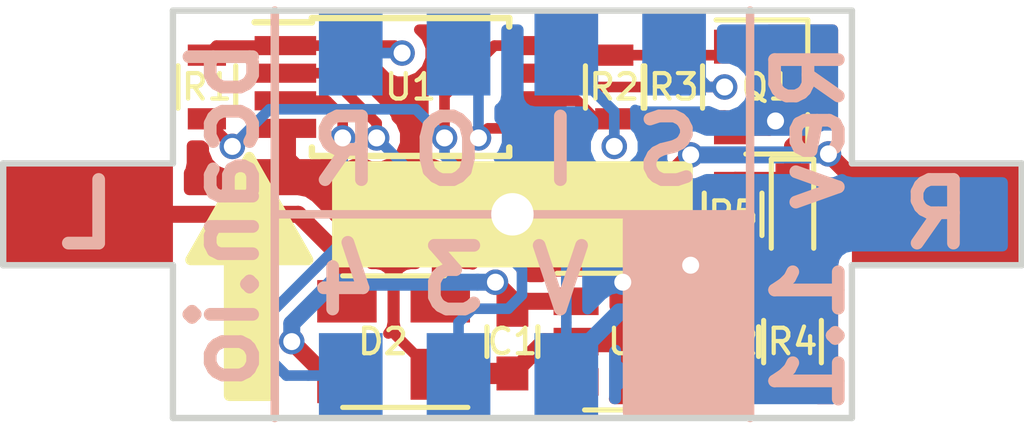
<source format=kicad_pcb>
(kicad_pcb (version 4) (host pcbnew 4.0.6)

  (general
    (links 30)
    (no_connects 0)
    (area 137.924999 100.124999 162.075001 109.875001)
    (thickness 1.6)
    (drawings 26)
    (tracks 146)
    (zones 0)
    (modules 15)
    (nets 17)
  )

  (page A4)
  (title_block
    (title "IR Beacon Board")
    (date 2017-03-16)
    (rev 1.1)
    (company "ECE 445")
  )

  (layers
    (0 F.Cu signal)
    (31 B.Cu signal)
    (32 B.Adhes user)
    (33 F.Adhes user)
    (34 B.Paste user)
    (35 F.Paste user)
    (36 B.SilkS user)
    (37 F.SilkS user)
    (38 B.Mask user)
    (39 F.Mask user)
    (40 Dwgs.User user)
    (41 Cmts.User user)
    (42 Eco1.User user)
    (43 Eco2.User user)
    (44 Edge.Cuts user)
    (45 Margin user)
    (46 B.CrtYd user)
    (47 F.CrtYd user)
    (48 B.Fab user hide)
    (49 F.Fab user hide)
  )

  (setup
    (last_trace_width 0.25)
    (trace_clearance 0.2)
    (zone_clearance 0.25)
    (zone_45_only yes)
    (trace_min 0.16)
    (segment_width 0.2)
    (edge_width 0.15)
    (via_size 0.6)
    (via_drill 0.4)
    (via_min_size 0.4)
    (via_min_drill 0.3)
    (uvia_size 0.3)
    (uvia_drill 0.1)
    (uvias_allowed no)
    (uvia_min_size 0.2)
    (uvia_min_drill 0.1)
    (pcb_text_width 0.3)
    (pcb_text_size 1.5 1.5)
    (mod_edge_width 0.15)
    (mod_text_size 1 1)
    (mod_text_width 0.15)
    (pad_size 3 2.4)
    (pad_drill 0)
    (pad_to_mask_clearance 0.2)
    (aux_axis_origin 0 0)
    (visible_elements FFFFFF7F)
    (pcbplotparams
      (layerselection 0x010f0_80000001)
      (usegerberextensions true)
      (excludeedgelayer true)
      (linewidth 0.100000)
      (plotframeref false)
      (viasonmask false)
      (mode 1)
      (useauxorigin false)
      (hpglpennumber 1)
      (hpglpenspeed 20)
      (hpglpendiameter 15)
      (hpglpenoverlay 2)
      (psnegative false)
      (psa4output false)
      (plotreference true)
      (plotvalue true)
      (plotinvisibletext false)
      (padsonsilk false)
      (subtractmaskfromsilk false)
      (outputformat 1)
      (mirror false)
      (drillshape 0)
      (scaleselection 1)
      (outputdirectory images))
  )

  (net 0 "")
  (net 1 GND)
  (net 2 +2V8)
  (net 3 "Net-(D1-Pad2)")
  (net 4 "Net-(D1-Pad1)")
  (net 5 "Net-(Q1-Pad1)")
  (net 6 /~RST)
  (net 7 /MISO)
  (net 8 /MOSI)
  (net 9 /SCK)
  (net 10 "Net-(U2-Pad3)")
  (net 11 "Net-(U2-Pad4)")
  (net 12 /PB3)
  (net 13 /PB4)
  (net 14 VCC)
  (net 15 /RAIL_L)
  (net 16 /RAIL_R)

  (net_class Default "This is the default net class."
    (clearance 0.2)
    (trace_width 0.25)
    (via_dia 0.6)
    (via_drill 0.4)
    (uvia_dia 0.3)
    (uvia_drill 0.1)
    (add_net +2V8)
    (add_net /MISO)
    (add_net /MOSI)
    (add_net /PB3)
    (add_net /PB4)
    (add_net /RAIL_L)
    (add_net /RAIL_R)
    (add_net /SCK)
    (add_net /~RST)
    (add_net "Net-(Q1-Pad1)")
    (add_net "Net-(U2-Pad3)")
    (add_net "Net-(U2-Pad4)")
    (add_net VCC)
  )

  (net_class Power ""
    (clearance 0.2)
    (trace_width 0.4)
    (via_dia 0.6)
    (via_drill 0.4)
    (uvia_dia 0.3)
    (uvia_drill 0.1)
    (add_net GND)
    (add_net "Net-(D1-Pad1)")
    (add_net "Net-(D1-Pad2)")
  )

  (net_class Tight ""
    (clearance 0.2)
    (trace_width 0.2)
    (via_dia 0.5)
    (via_drill 0.3)
    (uvia_dia 0.3)
    (uvia_drill 0.1)
  )

  (module Housings_SSOP:TSSOP-8_4.4x3mm_Pitch0.65mm (layer F.Cu) (tedit 58C5F0F1) (tstamp 58AB33C0)
    (at 147.6 102)
    (descr "8-Lead Plastic Thin Shrink Small Outline (ST)-4.4 mm Body [TSSOP] (see Microchip Packaging Specification 00000049BS.pdf)")
    (tags "SSOP 0.65")
    (path /58AB4E84)
    (attr smd)
    (fp_text reference U1 (at 0 0) (layer F.SilkS)
      (effects (font (size 0.6 0.6) (thickness 0.1)))
    )
    (fp_text value ATTINY45-20XUR (at 0 2.55) (layer F.Fab)
      (effects (font (size 1 1) (thickness 0.15)))
    )
    (fp_line (start -1.2 -1.5) (end 2.2 -1.5) (layer F.Fab) (width 0.15))
    (fp_line (start 2.2 -1.5) (end 2.2 1.5) (layer F.Fab) (width 0.15))
    (fp_line (start 2.2 1.5) (end -2.2 1.5) (layer F.Fab) (width 0.15))
    (fp_line (start -2.2 1.5) (end -2.2 -0.5) (layer F.Fab) (width 0.15))
    (fp_line (start -2.2 -0.5) (end -1.2 -1.5) (layer F.Fab) (width 0.15))
    (fp_line (start -3.95 -1.8) (end -3.95 1.8) (layer F.CrtYd) (width 0.05))
    (fp_line (start 3.95 -1.8) (end 3.95 1.8) (layer F.CrtYd) (width 0.05))
    (fp_line (start -3.95 -1.8) (end 3.95 -1.8) (layer F.CrtYd) (width 0.05))
    (fp_line (start -3.95 1.8) (end 3.95 1.8) (layer F.CrtYd) (width 0.05))
    (fp_line (start -2.325 -1.625) (end -2.325 -1.525) (layer F.SilkS) (width 0.15))
    (fp_line (start 2.325 -1.625) (end 2.325 -1.425) (layer F.SilkS) (width 0.15))
    (fp_line (start 2.325 1.625) (end 2.325 1.425) (layer F.SilkS) (width 0.15))
    (fp_line (start -2.325 1.625) (end -2.325 1.425) (layer F.SilkS) (width 0.15))
    (fp_line (start -2.325 -1.625) (end 2.325 -1.625) (layer F.SilkS) (width 0.15))
    (fp_line (start -2.325 1.625) (end 2.325 1.625) (layer F.SilkS) (width 0.15))
    (fp_line (start -2.325 -1.525) (end -3.675 -1.525) (layer F.SilkS) (width 0.15))
    (pad 1 smd rect (at -2.95 -0.975) (size 1.45 0.45) (layers F.Cu F.Paste F.Mask)
      (net 6 /~RST))
    (pad 2 smd rect (at -2.95 -0.325) (size 1.45 0.45) (layers F.Cu F.Paste F.Mask)
      (net 12 /PB3))
    (pad 3 smd rect (at -2.95 0.325) (size 1.45 0.45) (layers F.Cu F.Paste F.Mask)
      (net 13 /PB4))
    (pad 4 smd rect (at -2.95 0.975) (size 1.45 0.45) (layers F.Cu F.Paste F.Mask)
      (net 1 GND))
    (pad 5 smd rect (at 2.95 0.975) (size 1.45 0.45) (layers F.Cu F.Paste F.Mask)
      (net 8 /MOSI))
    (pad 6 smd rect (at 2.95 0.325) (size 1.45 0.45) (layers F.Cu F.Paste F.Mask)
      (net 7 /MISO))
    (pad 7 smd rect (at 2.95 -0.325) (size 1.45 0.45) (layers F.Cu F.Paste F.Mask)
      (net 9 /SCK))
    (pad 8 smd rect (at 2.95 -0.975) (size 1.45 0.45) (layers F.Cu F.Paste F.Mask)
      (net 2 +2V8))
    (model Housings_SSOP.3dshapes/TSSOP-8_4.4x3mm_Pitch0.65mm.wrl
      (at (xyz 0 0 0))
      (scale (xyz 1 1 1))
      (rotate (xyz 0 0 0))
    )
  )

  (module Resistors_SMD:R_0603 (layer F.Cu) (tedit 58C5EDE2) (tstamp 58C5DD79)
    (at 156.6 108 90)
    (descr "Resistor SMD 0603, reflow soldering, Vishay (see dcrcw.pdf)")
    (tags "resistor 0603")
    (path /5893E69D)
    (attr smd)
    (fp_text reference R4 (at 0 0 180) (layer F.SilkS)
      (effects (font (size 0.6 0.6) (thickness 0.1)))
    )
    (fp_text value 47 (at 0 1.5 90) (layer F.Fab)
      (effects (font (size 1 1) (thickness 0.15)))
    )
    (fp_text user %R (at 0 -1.45 90) (layer F.Fab)
      (effects (font (size 1 1) (thickness 0.15)))
    )
    (fp_line (start -0.8 0.4) (end -0.8 -0.4) (layer F.Fab) (width 0.1))
    (fp_line (start 0.8 0.4) (end -0.8 0.4) (layer F.Fab) (width 0.1))
    (fp_line (start 0.8 -0.4) (end 0.8 0.4) (layer F.Fab) (width 0.1))
    (fp_line (start -0.8 -0.4) (end 0.8 -0.4) (layer F.Fab) (width 0.1))
    (fp_line (start 0.5 0.68) (end -0.5 0.68) (layer F.SilkS) (width 0.12))
    (fp_line (start -0.5 -0.68) (end 0.5 -0.68) (layer F.SilkS) (width 0.12))
    (fp_line (start -1.25 -0.7) (end 1.25 -0.7) (layer F.CrtYd) (width 0.05))
    (fp_line (start -1.25 -0.7) (end -1.25 0.7) (layer F.CrtYd) (width 0.05))
    (fp_line (start 1.25 0.7) (end 1.25 -0.7) (layer F.CrtYd) (width 0.05))
    (fp_line (start 1.25 0.7) (end -1.25 0.7) (layer F.CrtYd) (width 0.05))
    (pad 1 smd rect (at -0.75 0 90) (size 0.5 0.9) (layers F.Cu F.Paste F.Mask)
      (net 2 +2V8))
    (pad 2 smd rect (at 0.75 0 90) (size 0.5 0.9) (layers F.Cu F.Paste F.Mask)
      (net 3 "Net-(D1-Pad2)"))
    (model Resistors_SMD.3dshapes/R_0603.wrl
      (at (xyz 0 0 0))
      (scale (xyz 1 1 1))
      (rotate (xyz 0 0 0))
    )
  )

  (module Capacitors_SMD:C_0603 (layer F.Cu) (tedit 58C5F026) (tstamp 58C5DD65)
    (at 155.2 108 270)
    (descr "Capacitor SMD 0603, reflow soldering, AVX (see smccp.pdf)")
    (tags "capacitor 0603")
    (path /58AB22F8)
    (attr smd)
    (fp_text reference C2 (at 0 0 540) (layer F.SilkS)
      (effects (font (size 0.6 0.6) (thickness 0.1)))
    )
    (fp_text value 22u (at 0 1.5 270) (layer F.Fab)
      (effects (font (size 1 1) (thickness 0.15)))
    )
    (fp_text user %R (at 0 -1.5 270) (layer F.Fab)
      (effects (font (size 1 1) (thickness 0.15)))
    )
    (fp_line (start -0.8 0.4) (end -0.8 -0.4) (layer F.Fab) (width 0.1))
    (fp_line (start 0.8 0.4) (end -0.8 0.4) (layer F.Fab) (width 0.1))
    (fp_line (start 0.8 -0.4) (end 0.8 0.4) (layer F.Fab) (width 0.1))
    (fp_line (start -0.8 -0.4) (end 0.8 -0.4) (layer F.Fab) (width 0.1))
    (fp_line (start -0.35 -0.6) (end 0.35 -0.6) (layer F.SilkS) (width 0.12))
    (fp_line (start 0.35 0.6) (end -0.35 0.6) (layer F.SilkS) (width 0.12))
    (fp_line (start -1.4 -0.65) (end 1.4 -0.65) (layer F.CrtYd) (width 0.05))
    (fp_line (start -1.4 -0.65) (end -1.4 0.65) (layer F.CrtYd) (width 0.05))
    (fp_line (start 1.4 0.65) (end 1.4 -0.65) (layer F.CrtYd) (width 0.05))
    (fp_line (start 1.4 0.65) (end -1.4 0.65) (layer F.CrtYd) (width 0.05))
    (pad 1 smd rect (at -0.75 0 270) (size 0.8 0.75) (layers F.Cu F.Paste F.Mask)
      (net 2 +2V8))
    (pad 2 smd rect (at 0.75 0 270) (size 0.8 0.75) (layers F.Cu F.Paste F.Mask)
      (net 1 GND))
    (model Capacitors_SMD.3dshapes/C_0603.wrl
      (at (xyz 0 0 0))
      (scale (xyz 1 1 1))
      (rotate (xyz 0 0 0))
    )
  )

  (module Resistors_SMD:R_0603 (layer F.Cu) (tedit 58C5EDDA) (tstamp 58C5DD7E)
    (at 155.2 105 90)
    (descr "Resistor SMD 0603, reflow soldering, Vishay (see dcrcw.pdf)")
    (tags "resistor 0603")
    (path /5893E362)
    (attr smd)
    (fp_text reference R5 (at 0 0 180) (layer F.SilkS)
      (effects (font (size 0.6 0.6) (thickness 0.1)))
    )
    (fp_text value R (at 0 1.5 90) (layer F.Fab)
      (effects (font (size 1 1) (thickness 0.15)))
    )
    (fp_text user %R (at 0 -1.45 90) (layer F.Fab)
      (effects (font (size 1 1) (thickness 0.15)))
    )
    (fp_line (start -0.8 0.4) (end -0.8 -0.4) (layer F.Fab) (width 0.1))
    (fp_line (start 0.8 0.4) (end -0.8 0.4) (layer F.Fab) (width 0.1))
    (fp_line (start 0.8 -0.4) (end 0.8 0.4) (layer F.Fab) (width 0.1))
    (fp_line (start -0.8 -0.4) (end 0.8 -0.4) (layer F.Fab) (width 0.1))
    (fp_line (start 0.5 0.68) (end -0.5 0.68) (layer F.SilkS) (width 0.12))
    (fp_line (start -0.5 -0.68) (end 0.5 -0.68) (layer F.SilkS) (width 0.12))
    (fp_line (start -1.25 -0.7) (end 1.25 -0.7) (layer F.CrtYd) (width 0.05))
    (fp_line (start -1.25 -0.7) (end -1.25 0.7) (layer F.CrtYd) (width 0.05))
    (fp_line (start 1.25 0.7) (end 1.25 -0.7) (layer F.CrtYd) (width 0.05))
    (fp_line (start 1.25 0.7) (end -1.25 0.7) (layer F.CrtYd) (width 0.05))
    (pad 1 smd rect (at -0.75 0 90) (size 0.5 0.9) (layers F.Cu F.Paste F.Mask)
      (net 3 "Net-(D1-Pad2)"))
    (pad 2 smd rect (at 0.75 0 90) (size 0.5 0.9) (layers F.Cu F.Paste F.Mask)
      (net 4 "Net-(D1-Pad1)"))
    (model Resistors_SMD.3dshapes/R_0603.wrl
      (at (xyz 0 0 0))
      (scale (xyz 1 1 1))
      (rotate (xyz 0 0 0))
    )
  )

  (module LEDs:LED_0603 (layer F.Cu) (tedit 58CB11E2) (tstamp 58AB3387)
    (at 156.6 105 270)
    (descr "LED 0603 smd package")
    (tags "LED led 0603 SMD smd SMT smt smdled SMDLED smtled SMTLED")
    (path /588C319B)
    (attr smd)
    (fp_text reference D1 (at 0 0 360) (layer F.SilkS) hide
      (effects (font (size 0.6 0.6) (thickness 0.1)))
    )
    (fp_text value IR (at 0 1.35 270) (layer F.Fab)
      (effects (font (size 1 1) (thickness 0.15)))
    )
    (fp_line (start -1.3 -0.5) (end -1.3 0.5) (layer F.SilkS) (width 0.12))
    (fp_line (start -0.2 -0.2) (end -0.2 0.2) (layer F.Fab) (width 0.1))
    (fp_line (start -0.15 0) (end 0.15 -0.2) (layer F.Fab) (width 0.1))
    (fp_line (start 0.15 0.2) (end -0.15 0) (layer F.Fab) (width 0.1))
    (fp_line (start 0.15 -0.2) (end 0.15 0.2) (layer F.Fab) (width 0.1))
    (fp_line (start 0.8 0.4) (end -0.8 0.4) (layer F.Fab) (width 0.1))
    (fp_line (start 0.8 -0.4) (end 0.8 0.4) (layer F.Fab) (width 0.1))
    (fp_line (start -0.8 -0.4) (end 0.8 -0.4) (layer F.Fab) (width 0.1))
    (fp_line (start -0.8 0.4) (end -0.8 -0.4) (layer F.Fab) (width 0.1))
    (fp_line (start -1.3 0.5) (end 0.8 0.5) (layer F.SilkS) (width 0.12))
    (fp_line (start -1.3 -0.5) (end 0.8 -0.5) (layer F.SilkS) (width 0.12))
    (fp_line (start 1.45 -0.65) (end 1.45 0.65) (layer F.CrtYd) (width 0.05))
    (fp_line (start 1.45 0.65) (end -1.45 0.65) (layer F.CrtYd) (width 0.05))
    (fp_line (start -1.45 0.65) (end -1.45 -0.65) (layer F.CrtYd) (width 0.05))
    (fp_line (start -1.45 -0.65) (end 1.45 -0.65) (layer F.CrtYd) (width 0.05))
    (pad 2 smd rect (at 0.8 0 90) (size 0.8 0.8) (layers F.Cu F.Paste F.Mask)
      (net 3 "Net-(D1-Pad2)"))
    (pad 1 smd rect (at -0.8 0 90) (size 0.8 0.8) (layers F.Cu F.Paste F.Mask)
      (net 4 "Net-(D1-Pad1)"))
    (model LEDs.3dshapes/LED_0603.wrl
      (at (xyz 0 0 0))
      (scale (xyz 1 1 1))
      (rotate (xyz 0 0 180))
    )
  )

  (module TO_SOT_Packages_SMD:SOT-143 (layer F.Cu) (tedit 58C5E6EC) (tstamp 58AB338F)
    (at 147.2 108 180)
    (descr SOT-143)
    (tags SOT-143)
    (path /58916D19)
    (attr smd)
    (fp_text reference D2 (at 0.25 0 180) (layer F.SilkS)
      (effects (font (size 0.6 0.6) (thickness 0.1)))
    )
    (fp_text value BAS4002A (at -0.28 2.48 180) (layer F.Fab)
      (effects (font (size 1 1) (thickness 0.15)))
    )
    (fp_line (start -1.2 1.55) (end 1.2 1.55) (layer F.SilkS) (width 0.12))
    (fp_line (start 1.2 -1.55) (end -1.75 -1.55) (layer F.SilkS) (width 0.12))
    (fp_line (start -1.2 -1) (end -0.7 -1.5) (layer F.Fab) (width 0.1))
    (fp_line (start -0.7 -1.5) (end 1.2 -1.5) (layer F.Fab) (width 0.1))
    (fp_line (start -1.2 1.5) (end -1.2 -1) (layer F.Fab) (width 0.1))
    (fp_line (start 1.2 1.5) (end -1.2 1.5) (layer F.Fab) (width 0.1))
    (fp_line (start 1.2 -1.5) (end 1.2 1.5) (layer F.Fab) (width 0.1))
    (fp_line (start 2.05 -1.75) (end 2.05 1.75) (layer F.CrtYd) (width 0.05))
    (fp_line (start 2.05 -1.75) (end -2.05 -1.75) (layer F.CrtYd) (width 0.05))
    (fp_line (start -2.05 1.75) (end 2.05 1.75) (layer F.CrtYd) (width 0.05))
    (fp_line (start -2.05 1.75) (end -2.05 -1.75) (layer F.CrtYd) (width 0.05))
    (pad 1 smd rect (at -1.1 -0.77 90) (size 1.2 1.4) (layers F.Cu F.Paste F.Mask)
      (net 1 GND))
    (pad 2 smd rect (at -1.1 0.95 90) (size 1 1.4) (layers F.Cu F.Paste F.Mask)
      (net 16 /RAIL_R))
    (pad 3 smd rect (at 1.1 0.95 90) (size 1 1.4) (layers F.Cu F.Paste F.Mask)
      (net 15 /RAIL_L))
    (pad 4 smd rect (at 1.1 -0.95 90) (size 1 1.4) (layers F.Cu F.Paste F.Mask)
      (net 14 VCC))
    (model TO_SOT_Packages_SMD.3dshapes/SOT-143.wrl
      (at (xyz 0 -0 0))
      (scale (xyz 1 1 1))
      (rotate (xyz 0 0 90))
    )
  )

  (module TO_SOT_Packages_SMD:SOT-23 (layer F.Cu) (tedit 58C5EDAD) (tstamp 58AB3396)
    (at 156.2 102)
    (descr "SOT-23, Standard")
    (tags SOT-23)
    (path /589435EC)
    (attr smd)
    (fp_text reference Q1 (at -0.2 0 180) (layer F.SilkS)
      (effects (font (size 0.6 0.6) (thickness 0.1)))
    )
    (fp_text value 2N7002E (at 0 2.5) (layer F.Fab)
      (effects (font (size 1 1) (thickness 0.15)))
    )
    (fp_line (start -0.7 -0.95) (end -0.7 1.5) (layer F.Fab) (width 0.1))
    (fp_line (start -0.15 -1.52) (end 0.7 -1.52) (layer F.Fab) (width 0.1))
    (fp_line (start -0.7 -0.95) (end -0.15 -1.52) (layer F.Fab) (width 0.1))
    (fp_line (start 0.7 -1.52) (end 0.7 1.52) (layer F.Fab) (width 0.1))
    (fp_line (start -0.7 1.52) (end 0.7 1.52) (layer F.Fab) (width 0.1))
    (fp_line (start 0.76 1.58) (end 0.76 0.65) (layer F.SilkS) (width 0.12))
    (fp_line (start 0.76 -1.58) (end 0.76 -0.65) (layer F.SilkS) (width 0.12))
    (fp_line (start -1.7 -1.75) (end 1.7 -1.75) (layer F.CrtYd) (width 0.05))
    (fp_line (start 1.7 -1.75) (end 1.7 1.75) (layer F.CrtYd) (width 0.05))
    (fp_line (start 1.7 1.75) (end -1.7 1.75) (layer F.CrtYd) (width 0.05))
    (fp_line (start -1.7 1.75) (end -1.7 -1.75) (layer F.CrtYd) (width 0.05))
    (fp_line (start 0.76 -1.58) (end -1.4 -1.58) (layer F.SilkS) (width 0.12))
    (fp_line (start 0.76 1.58) (end -0.7 1.58) (layer F.SilkS) (width 0.12))
    (pad 1 smd rect (at -1 -0.95) (size 0.9 0.8) (layers F.Cu F.Paste F.Mask)
      (net 5 "Net-(Q1-Pad1)"))
    (pad 2 smd rect (at -1 0.95) (size 0.9 0.8) (layers F.Cu F.Paste F.Mask)
      (net 1 GND))
    (pad 3 smd rect (at 1 0) (size 0.9 0.8) (layers F.Cu F.Paste F.Mask)
      (net 4 "Net-(D1-Pad1)"))
    (model TO_SOT_Packages_SMD.3dshapes/SOT-23.wrl
      (at (xyz 0 0 0))
      (scale (xyz 1 1 1))
      (rotate (xyz 0 0 90))
    )
  )

  (module TO_SOT_Packages_SMD:SOT-23-5 (layer F.Cu) (tedit 58C5E67A) (tstamp 58AB33C9)
    (at 152.6 108)
    (descr "5-pin SOT23 package")
    (tags SOT-23-5)
    (path /58AB0B0D)
    (attr smd)
    (fp_text reference U2 (at 0.25 0) (layer F.SilkS)
      (effects (font (size 0.6 0.6) (thickness 0.1)))
    )
    (fp_text value TPS70928DBV (at 0 2.9) (layer F.Fab)
      (effects (font (size 1 1) (thickness 0.15)))
    )
    (fp_line (start -0.9 1.61) (end 0.9 1.61) (layer F.SilkS) (width 0.12))
    (fp_line (start 0.9 -1.61) (end -1.55 -1.61) (layer F.SilkS) (width 0.12))
    (fp_line (start -1.9 -1.8) (end 1.9 -1.8) (layer F.CrtYd) (width 0.05))
    (fp_line (start 1.9 -1.8) (end 1.9 1.8) (layer F.CrtYd) (width 0.05))
    (fp_line (start 1.9 1.8) (end -1.9 1.8) (layer F.CrtYd) (width 0.05))
    (fp_line (start -1.9 1.8) (end -1.9 -1.8) (layer F.CrtYd) (width 0.05))
    (fp_line (start -0.9 -0.9) (end -0.25 -1.55) (layer F.Fab) (width 0.1))
    (fp_line (start 0.9 -1.55) (end -0.25 -1.55) (layer F.Fab) (width 0.1))
    (fp_line (start -0.9 -0.9) (end -0.9 1.55) (layer F.Fab) (width 0.1))
    (fp_line (start 0.9 1.55) (end -0.9 1.55) (layer F.Fab) (width 0.1))
    (fp_line (start 0.9 -1.55) (end 0.9 1.55) (layer F.Fab) (width 0.1))
    (pad 1 smd rect (at -1.1 -0.95) (size 1.06 0.65) (layers F.Cu F.Paste F.Mask)
      (net 14 VCC))
    (pad 2 smd rect (at -1.1 0) (size 1.06 0.65) (layers F.Cu F.Paste F.Mask)
      (net 1 GND))
    (pad 3 smd rect (at -1.1 0.95) (size 1.06 0.65) (layers F.Cu F.Paste F.Mask)
      (net 10 "Net-(U2-Pad3)"))
    (pad 4 smd rect (at 1.1 0.95) (size 1.06 0.65) (layers F.Cu F.Paste F.Mask)
      (net 11 "Net-(U2-Pad4)"))
    (pad 5 smd rect (at 1.1 -0.95) (size 1.06 0.65) (layers F.Cu F.Paste F.Mask)
      (net 2 +2V8))
    (model TO_SOT_Packages_SMD.3dshapes/SOT-23-5.wrl
      (at (xyz 0 0 0))
      (scale (xyz 1 1 1))
      (rotate (xyz 0 0 0))
    )
  )

  (module Capacitors_SMD:C_0603 (layer F.Cu) (tedit 58C5F03D) (tstamp 58C5DD60)
    (at 150 108 270)
    (descr "Capacitor SMD 0603, reflow soldering, AVX (see smccp.pdf)")
    (tags "capacitor 0603")
    (path /5893B026)
    (attr smd)
    (fp_text reference C1 (at 0 0 540) (layer F.SilkS)
      (effects (font (size 0.6 0.6) (thickness 0.1)))
    )
    (fp_text value 1u (at 0 1.5 270) (layer F.Fab)
      (effects (font (size 1 1) (thickness 0.15)))
    )
    (fp_text user %R (at 0 -1.5 270) (layer F.Fab)
      (effects (font (size 1 1) (thickness 0.15)))
    )
    (fp_line (start -0.8 0.4) (end -0.8 -0.4) (layer F.Fab) (width 0.1))
    (fp_line (start 0.8 0.4) (end -0.8 0.4) (layer F.Fab) (width 0.1))
    (fp_line (start 0.8 -0.4) (end 0.8 0.4) (layer F.Fab) (width 0.1))
    (fp_line (start -0.8 -0.4) (end 0.8 -0.4) (layer F.Fab) (width 0.1))
    (fp_line (start -0.35 -0.6) (end 0.35 -0.6) (layer F.SilkS) (width 0.12))
    (fp_line (start 0.35 0.6) (end -0.35 0.6) (layer F.SilkS) (width 0.12))
    (fp_line (start -1.4 -0.65) (end 1.4 -0.65) (layer F.CrtYd) (width 0.05))
    (fp_line (start -1.4 -0.65) (end -1.4 0.65) (layer F.CrtYd) (width 0.05))
    (fp_line (start 1.4 0.65) (end 1.4 -0.65) (layer F.CrtYd) (width 0.05))
    (fp_line (start 1.4 0.65) (end -1.4 0.65) (layer F.CrtYd) (width 0.05))
    (pad 1 smd rect (at -0.75 0 270) (size 0.8 0.75) (layers F.Cu F.Paste F.Mask)
      (net 14 VCC))
    (pad 2 smd rect (at 0.75 0 270) (size 0.8 0.75) (layers F.Cu F.Paste F.Mask)
      (net 1 GND))
    (model Capacitors_SMD.3dshapes/C_0603.wrl
      (at (xyz 0 0 0))
      (scale (xyz 1 1 1))
      (rotate (xyz 0 0 0))
    )
  )

  (module Resistors_SMD:R_0603 (layer F.Cu) (tedit 58C5EEAF) (tstamp 58C5DD6A)
    (at 142.8 102 90)
    (descr "Resistor SMD 0603, reflow soldering, Vishay (see dcrcw.pdf)")
    (tags "resistor 0603")
    (path /589439F2)
    (attr smd)
    (fp_text reference R1 (at 0 0 360) (layer F.SilkS)
      (effects (font (size 0.6 0.6) (thickness 0.1)))
    )
    (fp_text value 10k (at 0 1.5 90) (layer F.Fab)
      (effects (font (size 1 1) (thickness 0.15)))
    )
    (fp_text user %R (at 0 -1.45 90) (layer F.Fab)
      (effects (font (size 1 1) (thickness 0.15)))
    )
    (fp_line (start -0.8 0.4) (end -0.8 -0.4) (layer F.Fab) (width 0.1))
    (fp_line (start 0.8 0.4) (end -0.8 0.4) (layer F.Fab) (width 0.1))
    (fp_line (start 0.8 -0.4) (end 0.8 0.4) (layer F.Fab) (width 0.1))
    (fp_line (start -0.8 -0.4) (end 0.8 -0.4) (layer F.Fab) (width 0.1))
    (fp_line (start 0.5 0.68) (end -0.5 0.68) (layer F.SilkS) (width 0.12))
    (fp_line (start -0.5 -0.68) (end 0.5 -0.68) (layer F.SilkS) (width 0.12))
    (fp_line (start -1.25 -0.7) (end 1.25 -0.7) (layer F.CrtYd) (width 0.05))
    (fp_line (start -1.25 -0.7) (end -1.25 0.7) (layer F.CrtYd) (width 0.05))
    (fp_line (start 1.25 0.7) (end 1.25 -0.7) (layer F.CrtYd) (width 0.05))
    (fp_line (start 1.25 0.7) (end -1.25 0.7) (layer F.CrtYd) (width 0.05))
    (pad 1 smd rect (at -0.75 0 90) (size 0.5 0.9) (layers F.Cu F.Paste F.Mask)
      (net 2 +2V8))
    (pad 2 smd rect (at 0.75 0 90) (size 0.5 0.9) (layers F.Cu F.Paste F.Mask)
      (net 6 /~RST))
    (model Resistors_SMD.3dshapes/R_0603.wrl
      (at (xyz 0 0 0))
      (scale (xyz 1 1 1))
      (rotate (xyz 0 0 0))
    )
  )

  (module Resistors_SMD:R_0603 (layer F.Cu) (tedit 58C5EE36) (tstamp 58C5DD6F)
    (at 152.4 102 90)
    (descr "Resistor SMD 0603, reflow soldering, Vishay (see dcrcw.pdf)")
    (tags "resistor 0603")
    (path /5893DB94)
    (attr smd)
    (fp_text reference R2 (at 0 0 180) (layer F.SilkS)
      (effects (font (size 0.6 0.6) (thickness 0.1)))
    )
    (fp_text value 100 (at 0 1.5 90) (layer F.Fab)
      (effects (font (size 1 1) (thickness 0.15)))
    )
    (fp_text user %R (at 0 -1.45 90) (layer F.Fab)
      (effects (font (size 1 1) (thickness 0.15)))
    )
    (fp_line (start -0.8 0.4) (end -0.8 -0.4) (layer F.Fab) (width 0.1))
    (fp_line (start 0.8 0.4) (end -0.8 0.4) (layer F.Fab) (width 0.1))
    (fp_line (start 0.8 -0.4) (end 0.8 0.4) (layer F.Fab) (width 0.1))
    (fp_line (start -0.8 -0.4) (end 0.8 -0.4) (layer F.Fab) (width 0.1))
    (fp_line (start 0.5 0.68) (end -0.5 0.68) (layer F.SilkS) (width 0.12))
    (fp_line (start -0.5 -0.68) (end 0.5 -0.68) (layer F.SilkS) (width 0.12))
    (fp_line (start -1.25 -0.7) (end 1.25 -0.7) (layer F.CrtYd) (width 0.05))
    (fp_line (start -1.25 -0.7) (end -1.25 0.7) (layer F.CrtYd) (width 0.05))
    (fp_line (start 1.25 0.7) (end 1.25 -0.7) (layer F.CrtYd) (width 0.05))
    (fp_line (start 1.25 0.7) (end -1.25 0.7) (layer F.CrtYd) (width 0.05))
    (pad 1 smd rect (at -0.75 0 90) (size 0.5 0.9) (layers F.Cu F.Paste F.Mask)
      (net 7 /MISO))
    (pad 2 smd rect (at 0.75 0 90) (size 0.5 0.9) (layers F.Cu F.Paste F.Mask)
      (net 5 "Net-(Q1-Pad1)"))
    (model Resistors_SMD.3dshapes/R_0603.wrl
      (at (xyz 0 0 0))
      (scale (xyz 1 1 1))
      (rotate (xyz 0 0 0))
    )
  )

  (module Resistors_SMD:R_0603 (layer F.Cu) (tedit 58C5EE3C) (tstamp 58C5DD74)
    (at 153.8 102 270)
    (descr "Resistor SMD 0603, reflow soldering, Vishay (see dcrcw.pdf)")
    (tags "resistor 0603")
    (path /58AA1AD8)
    (attr smd)
    (fp_text reference R3 (at 0 0 360) (layer F.SilkS)
      (effects (font (size 0.6 0.6) (thickness 0.1)))
    )
    (fp_text value 10k (at 0 1.5 270) (layer F.Fab)
      (effects (font (size 1 1) (thickness 0.15)))
    )
    (fp_text user %R (at 0 -1.45 270) (layer F.Fab)
      (effects (font (size 1 1) (thickness 0.15)))
    )
    (fp_line (start -0.8 0.4) (end -0.8 -0.4) (layer F.Fab) (width 0.1))
    (fp_line (start 0.8 0.4) (end -0.8 0.4) (layer F.Fab) (width 0.1))
    (fp_line (start 0.8 -0.4) (end 0.8 0.4) (layer F.Fab) (width 0.1))
    (fp_line (start -0.8 -0.4) (end 0.8 -0.4) (layer F.Fab) (width 0.1))
    (fp_line (start 0.5 0.68) (end -0.5 0.68) (layer F.SilkS) (width 0.12))
    (fp_line (start -0.5 -0.68) (end 0.5 -0.68) (layer F.SilkS) (width 0.12))
    (fp_line (start -1.25 -0.7) (end 1.25 -0.7) (layer F.CrtYd) (width 0.05))
    (fp_line (start -1.25 -0.7) (end -1.25 0.7) (layer F.CrtYd) (width 0.05))
    (fp_line (start 1.25 0.7) (end 1.25 -0.7) (layer F.CrtYd) (width 0.05))
    (fp_line (start 1.25 0.7) (end -1.25 0.7) (layer F.CrtYd) (width 0.05))
    (pad 1 smd rect (at -0.75 0 270) (size 0.5 0.9) (layers F.Cu F.Paste F.Mask)
      (net 5 "Net-(Q1-Pad1)"))
    (pad 2 smd rect (at 0.75 0 270) (size 0.5 0.9) (layers F.Cu F.Paste F.Mask)
      (net 1 GND))
    (model Resistors_SMD.3dshapes/R_0603.wrl
      (at (xyz 0 0 0))
      (scale (xyz 1 1 1))
      (rotate (xyz 0 0 0))
    )
  )

  (module bcan:Edge_Connector_1x04_Pitch2.54mm_SMD (layer B.Cu) (tedit 58CB2CF4) (tstamp 58CB2934)
    (at 150 100.2 90)
    (path /58CB22C8)
    (fp_text reference J1 (at -1 5.5 90) (layer B.SilkS) hide
      (effects (font (size 1 1) (thickness 0.15)) (justify mirror))
    )
    (fp_text value ICSP (at -1 -5.5 90) (layer B.Fab)
      (effects (font (size 1 1) (thickness 0.15)) (justify mirror))
    )
    (pad 1 smd rect (at -1 3.81 90) (size 2 1.5) (layers B.Cu B.Mask)
      (net 9 /SCK))
    (pad 2 smd rect (at -1 1.27 90) (size 2 1.5) (layers B.Cu B.Mask)
      (net 7 /MISO))
    (pad 3 smd rect (at -1 -1.27 90) (size 2 1.5) (layers B.Cu B.Mask)
      (net 8 /MOSI))
    (pad 4 smd rect (at -1 -3.81 90) (size 2 1.5) (layers B.Cu B.Mask)
      (net 6 /~RST))
  )

  (module bcan:Edge_Connector_1x04_Pitch2.54mm_SMD (layer B.Cu) (tedit 58CB2CF8) (tstamp 58CB293C)
    (at 150 109.8 270)
    (path /58CB236F)
    (fp_text reference J2 (at -1 5.5 270) (layer B.SilkS) hide
      (effects (font (size 1 1) (thickness 0.15)) (justify mirror))
    )
    (fp_text value GPIO (at -1 -5.5 270) (layer B.Fab)
      (effects (font (size 1 1) (thickness 0.15)) (justify mirror))
    )
    (pad 1 smd rect (at -1 3.81 270) (size 2 1.5) (layers B.Cu B.Mask)
      (net 13 /PB4))
    (pad 2 smd rect (at -1 1.27 270) (size 2 1.5) (layers B.Cu B.Mask)
      (net 12 /PB3))
    (pad 3 smd rect (at -1 -1.27 270) (size 2 1.5) (layers B.Cu B.Mask)
      (net 2 +2V8))
    (pad 4 smd rect (at -1 -3.81 270) (size 2 1.5) (layers B.Cu B.Mask)
      (net 1 GND))
  )

  (module bcan:HO_Rail_2_Length2.4mm_Width4mm (layer F.Cu) (tedit 58CC2784) (tstamp 58CB8450)
    (at 150 105)
    (path /58C5B8EB)
    (fp_text reference J3 (at 0 -2.54) (layer F.SilkS) hide
      (effects (font (size 1 1) (thickness 0.15)))
    )
    (fp_text value RAILS (at 0 2.54) (layer F.Fab)
      (effects (font (size 1 1) (thickness 0.15)))
    )
    (pad 1 smd rect (at -10 0) (size 4 2.4) (layers F.Cu F.Mask)
      (net 15 /RAIL_L))
    (pad 2 smd rect (at 10 0) (size 4 2.4) (layers F.Cu F.Mask)
      (net 16 /RAIL_R))
    (pad "" np_thru_hole circle (at 0 0) (size 1 1) (drill 1) (layers *.Cu *.Mask))
  )

  (gr_text bcan.io (at 143.2 105 90) (layer B.SilkS)
    (effects (font (size 1.5 1.5) (thickness 0.3)) (justify mirror))
  )
  (gr_line (start 144.4 109.8) (end 144.4 100.2) (layer B.SilkS) (width 0.2))
  (gr_line (start 155.6 105) (end 144.4 105) (layer B.SilkS) (width 0.2))
  (gr_line (start 155.6 100.2) (end 155.6 109.8) (layer B.SilkS) (width 0.2))
  (gr_text R (at 160 105) (layer B.SilkS)
    (effects (font (size 1.5 1.5) (thickness 0.3)) (justify mirror))
  )
  (gr_text L (at 140 105) (layer B.SilkS)
    (effects (font (size 1.5 1.5) (thickness 0.3)) (justify mirror))
  )
  (gr_text "Rev 1.1" (at 157 100.8 90) (layer B.SilkS)
    (effects (font (size 1.5 1.5) (thickness 0.3)) (justify left mirror))
  )
  (gr_text R (at 146.05 103.505) (layer B.SilkS)
    (effects (font (size 1.5 1.5) (thickness 0.3)) (justify mirror))
  )
  (gr_text O (at 148.463 103.505) (layer B.SilkS)
    (effects (font (size 1.5 1.5) (thickness 0.3)) (justify mirror))
  )
  (gr_text I (at 151.13 103.505) (layer B.SilkS)
    (effects (font (size 1.5 1.5) (thickness 0.3)) (justify mirror))
  )
  (gr_text S (at 153.67 103.505) (layer B.SilkS)
    (effects (font (size 1.5 1.5) (thickness 0.3)) (justify mirror))
  )
  (gr_text V (at 151.13 106.553) (layer B.SilkS)
    (effects (font (size 1.5 1.5) (thickness 0.3)) (justify mirror))
  )
  (gr_text 4 (at 146.05 106.553) (layer B.SilkS)
    (effects (font (size 1.5 1.5) (thickness 0.3)) (justify mirror))
  )
  (gr_text 3 (at 148.59 106.553) (layer B.SilkS)
    (effects (font (size 1.5 1.5) (thickness 0.3)) (justify mirror))
  )
  (gr_line (start 142 103.8) (end 142 100.2) (layer Edge.Cuts) (width 0.15))
  (gr_line (start 138 103.8) (end 142 103.8) (layer Edge.Cuts) (width 0.15))
  (gr_line (start 138 106.2) (end 138 103.8) (layer Edge.Cuts) (width 0.15))
  (gr_line (start 142 106.2) (end 138 106.2) (layer Edge.Cuts) (width 0.15))
  (gr_line (start 142 109.8) (end 142 106.2) (layer Edge.Cuts) (width 0.15))
  (gr_line (start 158 106.2) (end 158 109.8) (layer Edge.Cuts) (width 0.15))
  (gr_line (start 162 106.2) (end 158 106.2) (layer Edge.Cuts) (width 0.15))
  (gr_line (start 162 103.8) (end 162 106.2) (layer Edge.Cuts) (width 0.15))
  (gr_line (start 158 103.8) (end 162 103.8) (layer Edge.Cuts) (width 0.15))
  (gr_line (start 158 100.2) (end 158 103.8) (layer Edge.Cuts) (width 0.15))
  (gr_line (start 158 109.8) (end 142 109.8) (layer Edge.Cuts) (width 0.15))
  (gr_line (start 142 100.2) (end 158 100.2) (layer Edge.Cuts) (width 0.15))

  (segment (start 152.6 106.6) (end 152.6 105.4) (width 0.4) (layer B.Cu) (net 1))
  (segment (start 152.6 105.4) (end 152.6 104.2) (width 0.4) (layer B.Cu) (net 1))
  (segment (start 153.81 108.8) (end 153.81 108.55) (width 0.4) (layer B.Cu) (net 1))
  (segment (start 153.81 108.55) (end 154.900019 107.459981) (width 0.4) (layer B.Cu) (net 1))
  (segment (start 154.900019 107.459981) (end 154.900019 105.863999) (width 0.4) (layer B.Cu) (net 1))
  (segment (start 154.900019 105.863999) (end 154.43602 105.4) (width 0.4) (layer B.Cu) (net 1))
  (segment (start 154.43602 105.4) (end 152.6 105.4) (width 0.4) (layer B.Cu) (net 1))
  (segment (start 144.65 102.975) (end 144.65 103.814998) (width 0.25) (layer F.Cu) (net 1))
  (segment (start 144.65 103.814998) (end 147.2 106.364998) (width 0.25) (layer F.Cu) (net 1))
  (segment (start 147.2 106.364998) (end 147.2 107.8) (width 0.25) (layer F.Cu) (net 1))
  (segment (start 148.3 108.77) (end 148.17 108.77) (width 0.25) (layer F.Cu) (net 1))
  (segment (start 148.17 108.77) (end 147.2 107.8) (width 0.25) (layer F.Cu) (net 1))
  (segment (start 156.2 102.8) (end 154 102.8) (width 0.4) (layer B.Cu) (net 1))
  (segment (start 154 102.8) (end 152.6 104.2) (width 0.4) (layer B.Cu) (net 1))
  (segment (start 155.2 102.95) (end 156.05 102.95) (width 0.4) (layer F.Cu) (net 1))
  (via (at 156.2 102.8) (size 0.6) (drill 0.4) (layers F.Cu B.Cu) (net 1))
  (segment (start 156.05 102.95) (end 156.2 102.8) (width 0.4) (layer F.Cu) (net 1))
  (segment (start 155.2 102.95) (end 155.25 102.95) (width 0.4) (layer F.Cu) (net 1))
  (segment (start 152.6 108) (end 152.6 106.6) (width 0.4) (layer F.Cu) (net 1))
  (via (at 152.6 106.6) (size 0.6) (drill 0.4) (layers F.Cu B.Cu) (net 1))
  (segment (start 150 108.75) (end 148.32 108.75) (width 0.4) (layer F.Cu) (net 1))
  (segment (start 148.32 108.75) (end 148.3 108.77) (width 0.4) (layer F.Cu) (net 1))
  (segment (start 151.5 108) (end 150.75 108) (width 0.4) (layer F.Cu) (net 1))
  (segment (start 150.75 108) (end 150 108.75) (width 0.4) (layer F.Cu) (net 1))
  (segment (start 151.5 108) (end 152.6 108) (width 0.4) (layer F.Cu) (net 1))
  (segment (start 152.6 108) (end 154.45 108) (width 0.4) (layer F.Cu) (net 1))
  (segment (start 154.45 108) (end 155.2 108.75) (width 0.4) (layer F.Cu) (net 1))
  (segment (start 153.8 102.75) (end 155 102.75) (width 0.4) (layer F.Cu) (net 1))
  (segment (start 155 102.75) (end 155.2 102.95) (width 0.4) (layer F.Cu) (net 1))
  (segment (start 143.4 103.4) (end 144.274999 102.525001) (width 0.25) (layer B.Cu) (net 2))
  (segment (start 144.274999 102.525001) (end 147.725001 102.525001) (width 0.25) (layer B.Cu) (net 2))
  (segment (start 147.725001 102.525001) (end 148.100001 102.900001) (width 0.25) (layer B.Cu) (net 2))
  (segment (start 148.100001 102.900001) (end 148.4 103.2) (width 0.25) (layer B.Cu) (net 2))
  (segment (start 142.8 102.75) (end 142.8 102.8) (width 0.25) (layer F.Cu) (net 2))
  (segment (start 142.8 102.8) (end 143.4 103.4) (width 0.25) (layer F.Cu) (net 2))
  (via (at 143.4 103.4) (size 0.6) (drill 0.4) (layers F.Cu B.Cu) (net 2))
  (segment (start 148.4 103.2) (end 148.4 103.624264) (width 0.25) (layer B.Cu) (net 2))
  (segment (start 148.4 103.624264) (end 148.950735 104.174999) (width 0.25) (layer B.Cu) (net 2))
  (segment (start 148.950735 104.174999) (end 150.396001 104.174999) (width 0.25) (layer B.Cu) (net 2))
  (segment (start 148.4 102.2) (end 148.4 103.2) (width 0.25) (layer F.Cu) (net 2))
  (via (at 148.4 103.2) (size 0.6) (drill 0.4) (layers F.Cu B.Cu) (net 2))
  (segment (start 150.396001 104.174999) (end 151.27 105.048998) (width 0.25) (layer B.Cu) (net 2))
  (segment (start 151.27 105.048998) (end 151.27 107.55) (width 0.25) (layer B.Cu) (net 2))
  (segment (start 151.27 107.55) (end 151.27 108.8) (width 0.25) (layer B.Cu) (net 2))
  (segment (start 150.55 101.025) (end 149.575 101.025) (width 0.25) (layer F.Cu) (net 2))
  (segment (start 149.575 101.025) (end 148.4 102.2) (width 0.25) (layer F.Cu) (net 2))
  (segment (start 154.200018 106.2) (end 153.100017 107.300001) (width 0.4) (layer B.Cu) (net 2))
  (segment (start 153.100017 107.300001) (end 152.519999 107.300001) (width 0.4) (layer B.Cu) (net 2))
  (segment (start 152.519999 107.300001) (end 151.27 108.55) (width 0.4) (layer B.Cu) (net 2))
  (segment (start 151.27 108.55) (end 151.27 108.8) (width 0.4) (layer B.Cu) (net 2))
  (segment (start 153.7 107.05) (end 153.7 106.700018) (width 0.4) (layer F.Cu) (net 2))
  (segment (start 153.7 106.700018) (end 154.200018 106.2) (width 0.4) (layer F.Cu) (net 2))
  (via (at 154.200018 106.2) (size 0.6) (drill 0.4) (layers F.Cu B.Cu) (net 2))
  (segment (start 153.7 107.05) (end 155 107.05) (width 0.4) (layer F.Cu) (net 2))
  (segment (start 155 107.05) (end 155.2 107.25) (width 0.4) (layer F.Cu) (net 2))
  (segment (start 155.2 107.25) (end 155.2 107.35) (width 0.4) (layer F.Cu) (net 2))
  (segment (start 155.2 107.35) (end 156.6 108.75) (width 0.4) (layer F.Cu) (net 2))
  (segment (start 156.6 105.8) (end 156.6 107.25) (width 0.4) (layer F.Cu) (net 3))
  (segment (start 156.6 105.8) (end 155.25 105.8) (width 0.4) (layer F.Cu) (net 3))
  (segment (start 155.25 105.8) (end 155.2 105.75) (width 0.4) (layer F.Cu) (net 3))
  (segment (start 157.2 102) (end 157.2 102.8) (width 0.4) (layer F.Cu) (net 4))
  (segment (start 157.2 102.8) (end 156.6 103.4) (width 0.4) (layer F.Cu) (net 4))
  (segment (start 156.6 103.4) (end 156.6 104.2) (width 0.4) (layer F.Cu) (net 4))
  (segment (start 156.6 104.2) (end 155.25 104.2) (width 0.4) (layer F.Cu) (net 4))
  (segment (start 155.25 104.2) (end 155.2 104.25) (width 0.4) (layer F.Cu) (net 4))
  (segment (start 153.8 101.25) (end 155 101.25) (width 0.25) (layer F.Cu) (net 5))
  (segment (start 152.4 101.25) (end 153.8 101.25) (width 0.25) (layer F.Cu) (net 5))
  (segment (start 155 101.25) (end 155.2 101.05) (width 0.25) (layer F.Cu) (net 5))
  (segment (start 147.4 101.2) (end 146.19 101.2) (width 0.25) (layer B.Cu) (net 6))
  (segment (start 144.65 101.025) (end 147.225 101.025) (width 0.25) (layer F.Cu) (net 6))
  (segment (start 147.225 101.025) (end 147.4 101.2) (width 0.25) (layer F.Cu) (net 6))
  (via (at 147.4 101.2) (size 0.6) (drill 0.4) (layers F.Cu B.Cu) (net 6))
  (segment (start 142.8 101.25) (end 143.025 101.025) (width 0.25) (layer F.Cu) (net 6))
  (segment (start 143.025 101.025) (end 144.65 101.025) (width 0.25) (layer F.Cu) (net 6))
  (segment (start 152.4 103.4) (end 152.4 102.75) (width 0.25) (layer F.Cu) (net 7))
  (segment (start 151.27 101.2) (end 151.27 101.45) (width 0.25) (layer B.Cu) (net 7))
  (segment (start 151.27 101.45) (end 152.4 102.58) (width 0.25) (layer B.Cu) (net 7))
  (segment (start 152.4 102.58) (end 152.4 102.975736) (width 0.25) (layer B.Cu) (net 7))
  (segment (start 152.4 102.975736) (end 152.4 103.4) (width 0.25) (layer B.Cu) (net 7))
  (via (at 152.4 103.4) (size 0.6) (drill 0.4) (layers F.Cu B.Cu) (net 7))
  (segment (start 150.55 102.325) (end 151.525 102.325) (width 0.25) (layer F.Cu) (net 7))
  (segment (start 151.525 102.325) (end 151.95 102.75) (width 0.25) (layer F.Cu) (net 7))
  (segment (start 151.95 102.75) (end 152.4 102.75) (width 0.25) (layer F.Cu) (net 7))
  (segment (start 148.73 101.2) (end 149.2 101.67) (width 0.25) (layer B.Cu) (net 8))
  (segment (start 149.2 101.67) (end 149.2 103.2) (width 0.25) (layer B.Cu) (net 8))
  (segment (start 150.55 102.975) (end 149.425 102.975) (width 0.25) (layer F.Cu) (net 8))
  (segment (start 149.425 102.975) (end 149.2 103.2) (width 0.25) (layer F.Cu) (net 8))
  (via (at 149.2 103.2) (size 0.6) (drill 0.4) (layers F.Cu B.Cu) (net 8))
  (segment (start 155 102) (end 154.61 102) (width 0.25) (layer B.Cu) (net 9))
  (segment (start 154.61 102) (end 153.81 101.2) (width 0.25) (layer B.Cu) (net 9))
  (segment (start 155 102) (end 151.85 102) (width 0.25) (layer F.Cu) (net 9))
  (via (at 155 102) (size 0.6) (drill 0.4) (layers F.Cu B.Cu) (net 9))
  (segment (start 150.55 101.675) (end 151.525 101.675) (width 0.25) (layer F.Cu) (net 9))
  (segment (start 151.525 101.675) (end 151.85 102) (width 0.25) (layer F.Cu) (net 9))
  (segment (start 148.73 108.8) (end 148.73 107.55) (width 0.25) (layer B.Cu) (net 12))
  (segment (start 148.73 107.55) (end 149.054999 107.225001) (width 0.25) (layer B.Cu) (net 12))
  (segment (start 149.054999 107.225001) (end 149.900001 107.225001) (width 0.25) (layer B.Cu) (net 12))
  (segment (start 149.900001 107.225001) (end 150.225001 106.900001) (width 0.25) (layer B.Cu) (net 12))
  (segment (start 150.225001 106.900001) (end 150.225001 106.299999) (width 0.25) (layer B.Cu) (net 12))
  (segment (start 150.225001 106.299999) (end 149.750003 105.825001) (width 0.25) (layer B.Cu) (net 12))
  (segment (start 149.750003 105.825001) (end 149.425001 105.825001) (width 0.25) (layer B.Cu) (net 12))
  (segment (start 149.425001 105.825001) (end 147.099999 103.499999) (width 0.25) (layer B.Cu) (net 12))
  (segment (start 147.099999 103.499999) (end 146.8 103.2) (width 0.25) (layer B.Cu) (net 12))
  (segment (start 144.65 101.675) (end 145.625 101.675) (width 0.25) (layer F.Cu) (net 12))
  (segment (start 145.625 101.675) (end 146.8 102.85) (width 0.25) (layer F.Cu) (net 12))
  (segment (start 146.8 102.85) (end 146.8 103.2) (width 0.25) (layer F.Cu) (net 12))
  (via (at 146.8 103.2) (size 0.6) (drill 0.4) (layers F.Cu B.Cu) (net 12))
  (segment (start 144.65 102.325) (end 145.625 102.325) (width 0.25) (layer F.Cu) (net 13))
  (segment (start 146 103.2) (end 146 105.63326) (width 0.25) (layer B.Cu) (net 13))
  (segment (start 145.625 102.325) (end 146 102.7) (width 0.25) (layer F.Cu) (net 13))
  (segment (start 144.174999 107.458261) (end 144.174999 108.300001) (width 0.25) (layer B.Cu) (net 13))
  (segment (start 144.174999 108.300001) (end 144.674998 108.8) (width 0.25) (layer B.Cu) (net 13))
  (segment (start 144.674998 108.8) (end 145.19 108.8) (width 0.25) (layer B.Cu) (net 13))
  (segment (start 145.19 108.8) (end 146.19 108.8) (width 0.25) (layer B.Cu) (net 13))
  (segment (start 146 102.7) (end 146 103.2) (width 0.25) (layer F.Cu) (net 13))
  (segment (start 146 105.63326) (end 144.174999 107.458261) (width 0.25) (layer B.Cu) (net 13))
  (via (at 146 103.2) (size 0.6) (drill 0.4) (layers F.Cu B.Cu) (net 13))
  (segment (start 150.2 107.05) (end 150 107.25) (width 0.4) (layer F.Cu) (net 14))
  (segment (start 144.8 108) (end 144.8 107.575736) (width 0.4) (layer B.Cu) (net 14))
  (segment (start 144.8 107.575736) (end 145.775736 106.6) (width 0.4) (layer B.Cu) (net 14))
  (segment (start 145.775736 106.6) (end 149.175736 106.6) (width 0.4) (layer B.Cu) (net 14))
  (segment (start 149.175736 106.6) (end 149.6 106.6) (width 0.4) (layer B.Cu) (net 14))
  (via (at 144.8 108) (size 0.6) (drill 0.4) (layers F.Cu B.Cu) (net 14))
  (segment (start 150 107.25) (end 150 107) (width 0.4) (layer F.Cu) (net 14))
  (segment (start 150 107) (end 149.6 106.6) (width 0.4) (layer F.Cu) (net 14))
  (via (at 149.6 106.6) (size 0.6) (drill 0.4) (layers F.Cu B.Cu) (net 14))
  (segment (start 146.1 108.95) (end 145.75 108.95) (width 0.4) (layer F.Cu) (net 14))
  (segment (start 145.75 108.95) (end 144.8 108) (width 0.4) (layer F.Cu) (net 14))
  (segment (start 151.5 107.05) (end 150.2 107.05) (width 0.4) (layer F.Cu) (net 14))
  (segment (start 140 105) (end 144.95 105) (width 0.4) (layer F.Cu) (net 15))
  (segment (start 144.95 105) (end 146.1 106.15) (width 0.4) (layer F.Cu) (net 15))
  (segment (start 146.1 106.15) (end 146.1 107.05) (width 0.4) (layer F.Cu) (net 15))
  (segment (start 160 105) (end 158.870836 105) (width 0.4) (layer F.Cu) (net 16))
  (segment (start 158.870836 105) (end 157.447223 103.576387) (width 0.4) (layer F.Cu) (net 16))
  (segment (start 154.2 103.6) (end 153.4 104.4) (width 0.4) (layer F.Cu) (net 16))
  (segment (start 153.4 104.4) (end 150.732002 104.4) (width 0.4) (layer F.Cu) (net 16))
  (segment (start 150.732002 104.4) (end 150.332002 104) (width 0.4) (layer F.Cu) (net 16))
  (segment (start 150.332002 104) (end 149.667998 104) (width 0.4) (layer F.Cu) (net 16))
  (segment (start 148.3 107.05) (end 148.3 105.367998) (width 0.4) (layer F.Cu) (net 16))
  (segment (start 148.3 105.367998) (end 149.667998 104) (width 0.4) (layer F.Cu) (net 16))
  (segment (start 157.4 103.529164) (end 157.447223 103.576387) (width 0.4) (layer F.Cu) (net 16))
  (segment (start 157.4 103.5) (end 157.4 103.529164) (width 0.4) (layer F.Cu) (net 16))
  (segment (start 154.2 103.6) (end 157.42361 103.6) (width 0.4) (layer B.Cu) (net 16))
  (segment (start 157.42361 103.6) (end 157.447223 103.576387) (width 0.4) (layer B.Cu) (net 16))
  (via (at 157.447223 103.576387) (size 0.6) (drill 0.4) (layers F.Cu B.Cu) (net 16))
  (via (at 154.2 103.6) (size 0.6) (drill 0.4) (layers F.Cu B.Cu) (net 16))

  (zone (net 1) (net_name GND) (layer F.Cu) (tstamp 0) (hatch edge 0.508)
    (connect_pads (clearance 0.25))
    (min_thickness 0.25)
    (fill yes (arc_segments 16) (thermal_gap 0.5) (thermal_bridge_width 0.5))
    (polygon
      (pts
        (xy 158 109.8) (xy 142 109.8) (xy 142 106.2) (xy 138 106.2) (xy 138 103.8)
        (xy 142 103.8) (xy 142 100.2) (xy 158 100.2) (xy 158 103.8) (xy 162 103.8)
        (xy 162 106.2) (xy 158 106.2)
      )
    )
    (filled_polygon
      (pts
        (xy 154.367654 104.5) (xy 154.393802 104.638966) (xy 154.475931 104.766599) (xy 154.601246 104.852223) (xy 154.75 104.882346)
        (xy 155.65 104.882346) (xy 155.788966 104.856198) (xy 155.881092 104.796917) (xy 155.925931 104.866599) (xy 156.051246 104.952223)
        (xy 156.2 104.982346) (xy 157 104.982346) (xy 157.138966 104.956198) (xy 157.266599 104.874069) (xy 157.352223 104.748754)
        (xy 157.382346 104.6) (xy 157.382346 104.324682) (xy 157.617654 104.55999) (xy 157.617654 105.977806) (xy 157.584254 106.027792)
        (xy 157.55 106.2) (xy 157.55 109.35) (xy 157.198598 109.35) (xy 157.316599 109.274069) (xy 157.402223 109.148754)
        (xy 157.432346 109) (xy 157.432346 108.5) (xy 157.406198 108.361034) (xy 157.324069 108.233401) (xy 157.198754 108.147777)
        (xy 157.05 108.117654) (xy 156.780826 108.117654) (xy 156.545518 107.882346) (xy 157.05 107.882346) (xy 157.188966 107.856198)
        (xy 157.316599 107.774069) (xy 157.402223 107.648754) (xy 157.432346 107.5) (xy 157.432346 107) (xy 157.406198 106.861034)
        (xy 157.324069 106.733401) (xy 157.198754 106.647777) (xy 157.175 106.642967) (xy 157.175 106.533011) (xy 157.266599 106.474069)
        (xy 157.352223 106.348754) (xy 157.382346 106.2) (xy 157.382346 105.4) (xy 157.356198 105.261034) (xy 157.274069 105.133401)
        (xy 157.148754 105.047777) (xy 157 105.017654) (xy 156.2 105.017654) (xy 156.061034 105.043802) (xy 155.933401 105.125931)
        (xy 155.880371 105.203543) (xy 155.798754 105.147777) (xy 155.65 105.117654) (xy 154.75 105.117654) (xy 154.611034 105.143802)
        (xy 154.483401 105.225931) (xy 154.397777 105.351246) (xy 154.367654 105.5) (xy 154.367654 105.538729) (xy 154.334873 105.525117)
        (xy 154.066341 105.524883) (xy 153.818161 105.627429) (xy 153.628115 105.817144) (xy 153.527574 106.059272) (xy 153.293414 106.293432)
        (xy 153.260525 106.342654) (xy 153.17 106.342654) (xy 153.031034 106.368802) (xy 152.903401 106.450931) (xy 152.817777 106.576246)
        (xy 152.787654 106.725) (xy 152.787654 107.375) (xy 152.813802 107.513966) (xy 152.895931 107.641599) (xy 153.021246 107.727223)
        (xy 153.17 107.757346) (xy 154.23 107.757346) (xy 154.368966 107.731198) (xy 154.448324 107.680133) (xy 154.468802 107.788966)
        (xy 154.485101 107.814296) (xy 154.470966 107.820151) (xy 154.29515 107.995966) (xy 154.2 108.22568) (xy 154.2 108.242654)
        (xy 153.17 108.242654) (xy 153.031034 108.268802) (xy 152.903401 108.350931) (xy 152.817777 108.476246) (xy 152.787654 108.625)
        (xy 152.787654 109.275) (xy 152.801766 109.35) (xy 152.397158 109.35) (xy 152.412346 109.275) (xy 152.412346 108.826538)
        (xy 152.559849 108.679034) (xy 152.655 108.44932) (xy 152.655 108.28125) (xy 152.49875 108.125) (xy 151.625 108.125)
        (xy 151.625 108.145) (xy 151.375 108.145) (xy 151.375 108.125) (xy 151.355 108.125) (xy 151.355 107.875)
        (xy 151.375 107.875) (xy 151.375 107.855) (xy 151.625 107.855) (xy 151.625 107.875) (xy 152.49875 107.875)
        (xy 152.655 107.71875) (xy 152.655 107.55068) (xy 152.559849 107.320966) (xy 152.412346 107.173462) (xy 152.412346 106.725)
        (xy 152.386198 106.586034) (xy 152.304069 106.458401) (xy 152.178754 106.372777) (xy 152.03 106.342654) (xy 150.97 106.342654)
        (xy 150.831034 106.368802) (xy 150.703401 106.450931) (xy 150.686955 106.475) (xy 150.411276 106.475) (xy 150.375 106.467654)
        (xy 150.280827 106.467654) (xy 150.272034 106.458861) (xy 150.172571 106.218143) (xy 149.982856 106.028097) (xy 149.734855 105.925117)
        (xy 149.466323 105.924883) (xy 149.218143 106.027429) (xy 149.064574 106.18073) (xy 149 106.167654) (xy 148.875 106.167654)
        (xy 148.875 105.60617) (xy 149.178366 105.302805) (xy 149.257779 105.495) (xy 149.503705 105.741356) (xy 149.825188 105.874848)
        (xy 150.173285 105.875151) (xy 150.495 105.742221) (xy 150.741356 105.496295) (xy 150.874848 105.174812) (xy 150.875022 104.975)
        (xy 153.4 104.975) (xy 153.620043 104.931231) (xy 153.806586 104.806586) (xy 154.341139 104.272034) (xy 154.367654 104.261078)
      )
    )
    (filled_polygon
      (pts
        (xy 150.125 108.625) (xy 150.145 108.625) (xy 150.145 108.875) (xy 150.125 108.875) (xy 150.125 108.895)
        (xy 149.875 108.895) (xy 149.875 108.875) (xy 149.15625 108.875) (xy 149.13625 108.895) (xy 148.425 108.895)
        (xy 148.425 108.915) (xy 148.175 108.915) (xy 148.175 108.895) (xy 148.155 108.895) (xy 148.155 108.645)
        (xy 148.175 108.645) (xy 148.175 108.625) (xy 148.425 108.625) (xy 148.425 108.645) (xy 149.46875 108.645)
        (xy 149.48875 108.625) (xy 149.875 108.625) (xy 149.875 108.605) (xy 150.125 108.605)
      )
    )
    (filled_polygon
      (pts
        (xy 155.325 108.625) (xy 155.345 108.625) (xy 155.345 108.875) (xy 155.325 108.875) (xy 155.325 108.895)
        (xy 155.075 108.895) (xy 155.075 108.875) (xy 155.055 108.875) (xy 155.055 108.625) (xy 155.075 108.625)
        (xy 155.075 108.605) (xy 155.325 108.605)
      )
    )
    (filled_polygon
      (pts
        (xy 149.221447 100.671447) (xy 148.046447 101.846447) (xy 147.93806 102.008658) (xy 147.9 102.2) (xy 147.9 102.745366)
        (xy 147.828097 102.817144) (xy 147.725117 103.065145) (xy 147.724883 103.333677) (xy 147.827429 103.581857) (xy 148.017144 103.771903)
        (xy 148.265145 103.874883) (xy 148.533677 103.875117) (xy 148.781857 103.772571) (xy 148.799865 103.754594) (xy 148.817144 103.771903)
        (xy 149.004941 103.849884) (xy 147.893414 104.961412) (xy 147.768769 105.147955) (xy 147.725 105.367998) (xy 147.725 106.167654)
        (xy 147.6 106.167654) (xy 147.461034 106.193802) (xy 147.333401 106.275931) (xy 147.247777 106.401246) (xy 147.217654 106.55)
        (xy 147.217654 107.55) (xy 147.236414 107.649703) (xy 147.076419 107.809697) (xy 147.152223 107.698754) (xy 147.182346 107.55)
        (xy 147.182346 106.55) (xy 147.156198 106.411034) (xy 147.074069 106.283401) (xy 146.948754 106.197777) (xy 146.8 106.167654)
        (xy 146.675 106.167654) (xy 146.675 106.15) (xy 146.631231 105.929957) (xy 146.556519 105.818143) (xy 146.506587 105.743414)
        (xy 145.356586 104.593414) (xy 145.170043 104.468769) (xy 144.95 104.425) (xy 142.382346 104.425) (xy 142.382346 104.022194)
        (xy 142.415746 103.972208) (xy 142.45 103.8) (xy 142.45 103.382346) (xy 142.67524 103.382346) (xy 142.724972 103.432078)
        (xy 142.724883 103.533677) (xy 142.827429 103.781857) (xy 143.017144 103.971903) (xy 143.265145 104.074883) (xy 143.533677 104.075117)
        (xy 143.781857 103.972571) (xy 143.929685 103.825) (xy 144.36875 103.825) (xy 144.525 103.66875) (xy 144.525 103.0875)
        (xy 144.505 103.0875) (xy 144.505 102.932346) (xy 144.795 102.932346) (xy 144.795 103.0875) (xy 144.775 103.0875)
        (xy 144.775 103.66875) (xy 144.93125 103.825) (xy 145.49932 103.825) (xy 145.62232 103.774052) (xy 145.865145 103.874883)
        (xy 146.133677 103.875117) (xy 146.381857 103.772571) (xy 146.399865 103.754594) (xy 146.417144 103.771903) (xy 146.665145 103.874883)
        (xy 146.933677 103.875117) (xy 147.181857 103.772571) (xy 147.371903 103.582856) (xy 147.474883 103.334855) (xy 147.475117 103.066323)
        (xy 147.372571 102.818143) (xy 147.274028 102.719428) (xy 147.26194 102.658658) (xy 147.153553 102.496447) (xy 146.182106 101.525)
        (xy 146.803936 101.525) (xy 146.827429 101.581857) (xy 147.017144 101.771903) (xy 147.265145 101.874883) (xy 147.533677 101.875117)
        (xy 147.781857 101.772571) (xy 147.971903 101.582856) (xy 148.074883 101.334855) (xy 148.075117 101.066323) (xy 147.972571 100.818143)
        (xy 147.804721 100.65) (xy 149.253544 100.65)
      )
    )
    (filled_polygon
      (pts
        (xy 155.325 102.825) (xy 155.345 102.825) (xy 155.345 103.075) (xy 155.325 103.075) (xy 155.325 103.095)
        (xy 155.075 103.095) (xy 155.075 103.075) (xy 155.055 103.075) (xy 155.055 102.825) (xy 155.075 102.825)
        (xy 155.075 102.805) (xy 155.325 102.805)
      )
    )
    (filled_polygon
      (pts
        (xy 157.55 101.217654) (xy 156.75 101.217654) (xy 156.611034 101.243802) (xy 156.483401 101.325931) (xy 156.397777 101.451246)
        (xy 156.367654 101.6) (xy 156.367654 102.4) (xy 156.393802 102.538966) (xy 156.475931 102.666599) (xy 156.502248 102.68458)
        (xy 156.275 102.911828) (xy 156.275 102.824998) (xy 156.118752 102.824998) (xy 156.275 102.66875) (xy 156.275 102.42568)
        (xy 156.179849 102.195966) (xy 156.004034 102.02015) (xy 155.77432 101.925) (xy 155.675066 101.925) (xy 155.675117 101.866323)
        (xy 155.660279 101.830412) (xy 155.788966 101.806198) (xy 155.916599 101.724069) (xy 156.002223 101.598754) (xy 156.032346 101.45)
        (xy 156.032346 100.65) (xy 157.55 100.65)
      )
    )
    (filled_polygon
      (pts
        (xy 153.925 102.625) (xy 153.945 102.625) (xy 153.945 102.875) (xy 153.925 102.875) (xy 153.925 102.895)
        (xy 153.675 102.895) (xy 153.675 102.875) (xy 153.655 102.875) (xy 153.655 102.625) (xy 153.675 102.625)
        (xy 153.675 102.605) (xy 153.925 102.605)
      )
    )
  )
  (zone (net 1) (net_name GND) (layer B.Cu) (tstamp 58CB184B) (hatch edge 0.508)
    (connect_pads (clearance 0.25))
    (min_thickness 0.25)
    (fill yes (arc_segments 16) (thermal_gap 0.5) (thermal_bridge_width 0.5))
    (polygon
      (pts
        (xy 158 109.8) (xy 142 109.8) (xy 142 106.2) (xy 138 106.2) (xy 138 103.8)
        (xy 142 103.8) (xy 142 100.2) (xy 158 100.2) (xy 158 103.8) (xy 162 103.8)
        (xy 162 106.2) (xy 158 106.2)
      )
    )
    (filled_polygon
      (pts
        (xy 150.137654 102.2) (xy 150.163802 102.338966) (xy 150.245931 102.466599) (xy 150.371246 102.552223) (xy 150.52 102.582346)
        (xy 151.695239 102.582346) (xy 151.9 102.787107) (xy 151.9 102.945366) (xy 151.828097 103.017144) (xy 151.725117 103.265145)
        (xy 151.724883 103.533677) (xy 151.827429 103.781857) (xy 152.017144 103.971903) (xy 152.265145 104.074883) (xy 152.533677 104.075117)
        (xy 152.781857 103.972571) (xy 152.971903 103.782856) (xy 153.074883 103.534855) (xy 153.075117 103.266323) (xy 152.972571 103.018143)
        (xy 152.9 102.945445) (xy 152.9 102.58) (xy 152.891837 102.538961) (xy 152.911246 102.552223) (xy 153.06 102.582346)
        (xy 154.56 102.582346) (xy 154.616884 102.571643) (xy 154.617144 102.571903) (xy 154.865145 102.674883) (xy 155.133677 102.675117)
        (xy 155.381857 102.572571) (xy 155.571903 102.382856) (xy 155.674883 102.134855) (xy 155.675117 101.866323) (xy 155.572571 101.618143)
        (xy 155.382856 101.428097) (xy 155.134855 101.325117) (xy 154.942346 101.324949) (xy 154.942346 100.65) (xy 157.55 100.65)
        (xy 157.55 102.901476) (xy 157.313546 102.90127) (xy 157.065366 103.003816) (xy 157.044145 103.025) (xy 154.575398 103.025)
        (xy 154.334855 102.925117) (xy 154.066323 102.924883) (xy 153.818143 103.027429) (xy 153.628097 103.217144) (xy 153.525117 103.465145)
        (xy 153.524883 103.733677) (xy 153.627429 103.981857) (xy 153.817144 104.171903) (xy 154.065145 104.274883) (xy 154.333677 104.275117)
        (xy 154.575978 104.175) (xy 157.128691 104.175) (xy 157.312368 104.25127) (xy 157.5809 104.251504) (xy 157.766522 104.174806)
        (xy 157.827792 104.215746) (xy 158 104.25) (xy 161.55 104.25) (xy 161.55 105.75) (xy 158 105.75)
        (xy 157.827792 105.784254) (xy 157.681802 105.881802) (xy 157.584254 106.027792) (xy 157.55 106.2) (xy 157.55 109.35)
        (xy 155.185 109.35) (xy 155.185 109.08125) (xy 155.02875 108.925) (xy 153.935 108.925) (xy 153.935 108.945)
        (xy 153.685 108.945) (xy 153.685 108.925) (xy 152.59125 108.925) (xy 152.435 109.08125) (xy 152.435 109.35)
        (xy 152.402346 109.35) (xy 152.402346 108.230827) (xy 152.435 108.198173) (xy 152.435 108.51875) (xy 152.59125 108.675)
        (xy 153.685 108.675) (xy 153.685 108.655) (xy 153.935 108.655) (xy 153.935 108.675) (xy 155.02875 108.675)
        (xy 155.185 108.51875) (xy 155.185 107.67568) (xy 155.08985 107.445966) (xy 154.914034 107.270151) (xy 154.68432 107.175)
        (xy 154.09125 107.175) (xy 153.935002 107.331248) (xy 153.935002 107.278188) (xy 154.341157 106.872034) (xy 154.581875 106.772571)
        (xy 154.771921 106.582856) (xy 154.874901 106.334855) (xy 154.875135 106.066323) (xy 154.772589 105.818143) (xy 154.582874 105.628097)
        (xy 154.334873 105.525117) (xy 154.066341 105.524883) (xy 153.818161 105.627429) (xy 153.628115 105.817144) (xy 153.527574 106.059271)
        (xy 152.861845 106.725001) (xy 152.519999 106.725001) (xy 152.299956 106.76877) (xy 152.113413 106.893414) (xy 151.77 107.236827)
        (xy 151.77 105.048998) (xy 151.73194 104.857656) (xy 151.710245 104.825188) (xy 151.623553 104.695444) (xy 150.749554 103.821446)
        (xy 150.587343 103.713059) (xy 150.572286 103.710064) (xy 150.396001 103.674999) (xy 149.679599 103.674999) (xy 149.771903 103.582856)
        (xy 149.874883 103.334855) (xy 149.875117 103.066323) (xy 149.772571 102.818143) (xy 149.7 102.745445) (xy 149.7 102.504054)
        (xy 149.746599 102.474069) (xy 149.832223 102.348754) (xy 149.862346 102.2) (xy 149.862346 100.65) (xy 150.137654 100.65)
      )
    )
  )
  (zone (net 0) (net_name "") (layer F.SilkS) (tstamp 0) (hatch edge 0.508)
    (connect_pads (clearance 0.25))
    (min_thickness 0.25)
    (fill yes (arc_segments 16) (thermal_gap 0.5) (thermal_bridge_width 0.5))
    (polygon
      (pts
        (xy 154.25 103.75) (xy 154.25 106.25) (xy 145.75 106.25) (xy 145.75 103.75)
      )
    )
    (filled_polygon
      (pts
        (xy 154.125 106.125) (xy 145.875 106.125) (xy 145.875 103.875) (xy 154.125 103.875)
      )
    )
  )
  (zone (net 0) (net_name "") (layer F.SilkS) (tstamp 0) (hatch edge 0.508)
    (connect_pads (clearance 0.25))
    (min_thickness 0.25)
    (fill yes (arc_segments 16) (thermal_gap 0.5) (thermal_bridge_width 0.5))
    (polygon
      (pts
        (xy 143.8 103.4) (xy 145.4 106.2) (xy 144.4 106.2) (xy 144.4 109.4) (xy 143.2 109.4)
        (xy 143.2 106.2) (xy 142.2 106.2)
      )
    )
    (filled_polygon
      (pts
        (xy 145.184603 106.075) (xy 144.4 106.075) (xy 144.351368 106.084848) (xy 144.310399 106.112841) (xy 144.283549 106.154568)
        (xy 144.275 106.2) (xy 144.275 109.275) (xy 143.325 109.275) (xy 143.325 106.2) (xy 143.315152 106.151368)
        (xy 143.287159 106.110399) (xy 143.245432 106.083549) (xy 143.2 106.075) (xy 142.415397 106.075) (xy 143.8 103.651945)
      )
    )
  )
  (zone (net 0) (net_name "") (layer B.SilkS) (tstamp 0) (hatch edge 0.508)
    (connect_pads (clearance 0.25))
    (min_thickness 0.25)
    (fill yes (arc_segments 16) (thermal_gap 0.5) (thermal_bridge_width 0.5))
    (polygon
      (pts
        (xy 152.6 109.8) (xy 152.6 105) (xy 155.6 105) (xy 155.6 109.8)
      )
    )
    (filled_polygon
      (pts
        (xy 155.475 109.675) (xy 152.725 109.675) (xy 152.725 105.125) (xy 155.475 105.125)
      )
    )
  )
)

</source>
